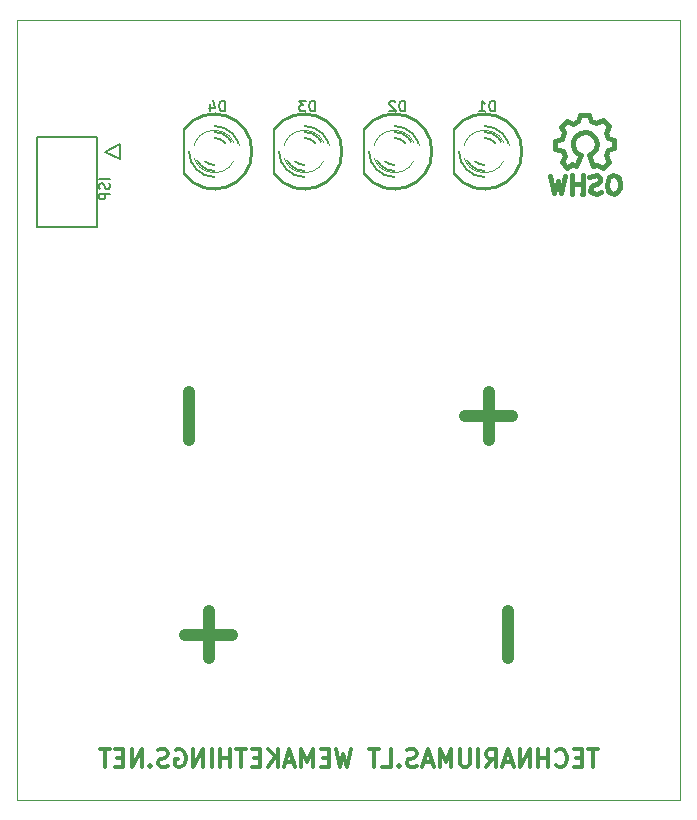
<source format=gbr>
%FSLAX46Y46*%
G04 Gerber Fmt 4.6, Leading zero omitted, Abs format (unit mm)*
G04 Created by KiCad (PCBNEW (2014-09-18 BZR 5141)-product) date Mon 13 Oct 2014 02:33:10 PM EEST*
%MOMM*%
G01*
G04 APERTURE LIST*
%ADD10C,0.150000*%
%ADD11C,0.300000*%
%ADD12C,0.200000*%
%ADD13C,0.100000*%
%ADD14C,1.000000*%
%ADD15C,0.203200*%
%ADD16C,0.076200*%
%ADD17C,0.254000*%
%ADD18C,0.152400*%
%ADD19C,0.381000*%
%ADD20C,2.500000*%
%ADD21C,1.800000*%
%ADD22C,3.100000*%
%ADD23R,1.524000X1.524000*%
%ADD24C,1.524000*%
%ADD25C,1.676400*%
%ADD26C,1.422400*%
G04 APERTURE END LIST*
D10*
D11*
X138287143Y-128718571D02*
X137430000Y-128718571D01*
X137858571Y-130218571D02*
X137858571Y-128718571D01*
X136930000Y-129432857D02*
X136430000Y-129432857D01*
X136215714Y-130218571D02*
X136930000Y-130218571D01*
X136930000Y-128718571D01*
X136215714Y-128718571D01*
X134715714Y-130075714D02*
X134787143Y-130147143D01*
X135001429Y-130218571D01*
X135144286Y-130218571D01*
X135358571Y-130147143D01*
X135501429Y-130004286D01*
X135572857Y-129861429D01*
X135644286Y-129575714D01*
X135644286Y-129361429D01*
X135572857Y-129075714D01*
X135501429Y-128932857D01*
X135358571Y-128790000D01*
X135144286Y-128718571D01*
X135001429Y-128718571D01*
X134787143Y-128790000D01*
X134715714Y-128861429D01*
X134072857Y-130218571D02*
X134072857Y-128718571D01*
X134072857Y-129432857D02*
X133215714Y-129432857D01*
X133215714Y-130218571D02*
X133215714Y-128718571D01*
X132501428Y-130218571D02*
X132501428Y-128718571D01*
X131644285Y-130218571D01*
X131644285Y-128718571D01*
X131001428Y-129790000D02*
X130287142Y-129790000D01*
X131144285Y-130218571D02*
X130644285Y-128718571D01*
X130144285Y-130218571D01*
X128787142Y-130218571D02*
X129287142Y-129504286D01*
X129644285Y-130218571D02*
X129644285Y-128718571D01*
X129072857Y-128718571D01*
X128929999Y-128790000D01*
X128858571Y-128861429D01*
X128787142Y-129004286D01*
X128787142Y-129218571D01*
X128858571Y-129361429D01*
X128929999Y-129432857D01*
X129072857Y-129504286D01*
X129644285Y-129504286D01*
X128144285Y-130218571D02*
X128144285Y-128718571D01*
X127429999Y-128718571D02*
X127429999Y-129932857D01*
X127358571Y-130075714D01*
X127287142Y-130147143D01*
X127144285Y-130218571D01*
X126858571Y-130218571D01*
X126715713Y-130147143D01*
X126644285Y-130075714D01*
X126572856Y-129932857D01*
X126572856Y-128718571D01*
X125858570Y-130218571D02*
X125858570Y-128718571D01*
X125358570Y-129790000D01*
X124858570Y-128718571D01*
X124858570Y-130218571D01*
X124215713Y-129790000D02*
X123501427Y-129790000D01*
X124358570Y-130218571D02*
X123858570Y-128718571D01*
X123358570Y-130218571D01*
X122929999Y-130147143D02*
X122715713Y-130218571D01*
X122358570Y-130218571D01*
X122215713Y-130147143D01*
X122144284Y-130075714D01*
X122072856Y-129932857D01*
X122072856Y-129790000D01*
X122144284Y-129647143D01*
X122215713Y-129575714D01*
X122358570Y-129504286D01*
X122644284Y-129432857D01*
X122787142Y-129361429D01*
X122858570Y-129290000D01*
X122929999Y-129147143D01*
X122929999Y-129004286D01*
X122858570Y-128861429D01*
X122787142Y-128790000D01*
X122644284Y-128718571D01*
X122287142Y-128718571D01*
X122072856Y-128790000D01*
X121429999Y-130075714D02*
X121358571Y-130147143D01*
X121429999Y-130218571D01*
X121501428Y-130147143D01*
X121429999Y-130075714D01*
X121429999Y-130218571D01*
X120001427Y-130218571D02*
X120715713Y-130218571D01*
X120715713Y-128718571D01*
X119715713Y-128718571D02*
X118858570Y-128718571D01*
X119287141Y-130218571D02*
X119287141Y-128718571D01*
X117358570Y-128718571D02*
X117001427Y-130218571D01*
X116715713Y-129147143D01*
X116429999Y-130218571D01*
X116072856Y-128718571D01*
X115501427Y-129432857D02*
X115001427Y-129432857D01*
X114787141Y-130218571D02*
X115501427Y-130218571D01*
X115501427Y-128718571D01*
X114787141Y-128718571D01*
X114144284Y-130218571D02*
X114144284Y-128718571D01*
X113644284Y-129790000D01*
X113144284Y-128718571D01*
X113144284Y-130218571D01*
X112501427Y-129790000D02*
X111787141Y-129790000D01*
X112644284Y-130218571D02*
X112144284Y-128718571D01*
X111644284Y-130218571D01*
X111144284Y-130218571D02*
X111144284Y-128718571D01*
X110287141Y-130218571D02*
X110929998Y-129361429D01*
X110287141Y-128718571D02*
X111144284Y-129575714D01*
X109644284Y-129432857D02*
X109144284Y-129432857D01*
X108929998Y-130218571D02*
X109644284Y-130218571D01*
X109644284Y-128718571D01*
X108929998Y-128718571D01*
X108501427Y-128718571D02*
X107644284Y-128718571D01*
X108072855Y-130218571D02*
X108072855Y-128718571D01*
X107144284Y-130218571D02*
X107144284Y-128718571D01*
X107144284Y-129432857D02*
X106287141Y-129432857D01*
X106287141Y-130218571D02*
X106287141Y-128718571D01*
X105572855Y-130218571D02*
X105572855Y-128718571D01*
X104858569Y-130218571D02*
X104858569Y-128718571D01*
X104001426Y-130218571D01*
X104001426Y-128718571D01*
X102501426Y-128790000D02*
X102644283Y-128718571D01*
X102858569Y-128718571D01*
X103072854Y-128790000D01*
X103215712Y-128932857D01*
X103287140Y-129075714D01*
X103358569Y-129361429D01*
X103358569Y-129575714D01*
X103287140Y-129861429D01*
X103215712Y-130004286D01*
X103072854Y-130147143D01*
X102858569Y-130218571D01*
X102715712Y-130218571D01*
X102501426Y-130147143D01*
X102429997Y-130075714D01*
X102429997Y-129575714D01*
X102715712Y-129575714D01*
X101858569Y-130147143D02*
X101644283Y-130218571D01*
X101287140Y-130218571D01*
X101144283Y-130147143D01*
X101072854Y-130075714D01*
X101001426Y-129932857D01*
X101001426Y-129790000D01*
X101072854Y-129647143D01*
X101144283Y-129575714D01*
X101287140Y-129504286D01*
X101572854Y-129432857D01*
X101715712Y-129361429D01*
X101787140Y-129290000D01*
X101858569Y-129147143D01*
X101858569Y-129004286D01*
X101787140Y-128861429D01*
X101715712Y-128790000D01*
X101572854Y-128718571D01*
X101215712Y-128718571D01*
X101001426Y-128790000D01*
X100358569Y-130075714D02*
X100287141Y-130147143D01*
X100358569Y-130218571D01*
X100429998Y-130147143D01*
X100358569Y-130075714D01*
X100358569Y-130218571D01*
X99644283Y-130218571D02*
X99644283Y-128718571D01*
X98787140Y-130218571D01*
X98787140Y-128718571D01*
X98072854Y-129432857D02*
X97572854Y-129432857D01*
X97358568Y-130218571D02*
X98072854Y-130218571D01*
X98072854Y-128718571D01*
X97358568Y-128718571D01*
X96929997Y-128718571D02*
X96072854Y-128718571D01*
X96501425Y-130218571D02*
X96501425Y-128718571D01*
D12*
X97790000Y-78740000D02*
X96520000Y-78105000D01*
X97790000Y-77470000D02*
X97790000Y-78740000D01*
X96520000Y-78105000D02*
X97790000Y-77470000D01*
D13*
X89090000Y-67000000D02*
X89090000Y-133000000D01*
X145225000Y-67000000D02*
X89090000Y-67000000D01*
X145225000Y-133000000D02*
X145225000Y-67000000D01*
X89090000Y-133000000D02*
X145225000Y-133000000D01*
D14*
X103657500Y-98500000D02*
X103657500Y-102500000D01*
X129021740Y-98500000D02*
X129021740Y-102500000D01*
X131021740Y-100500000D02*
X127021740Y-100500000D01*
D15*
X95885000Y-84455000D02*
X95885000Y-76835000D01*
X90805000Y-76835000D02*
X90805000Y-84455000D01*
X90805000Y-84455000D02*
X95885000Y-84455000D01*
X95885000Y-76835000D02*
X90805000Y-76835000D01*
X103200200Y-80010000D02*
X103200200Y-76200000D01*
D16*
X107587051Y-78105000D02*
G75*
G03X107587051Y-78105000I-1796051J0D01*
G74*
G01*
D17*
X103253003Y-76197332D02*
G75*
G02X103251000Y-80010000I2537997J-1907668D01*
G74*
G01*
D18*
X105791000Y-76962000D02*
G75*
G02X106934000Y-78105000I0J-1143000D01*
G74*
G01*
X105791000Y-79248000D02*
G75*
G02X104648000Y-78105000I0J1143000D01*
G74*
G01*
X105791000Y-76454000D02*
G75*
G02X107442000Y-78105000I0J-1651000D01*
G74*
G01*
X105791000Y-79756000D02*
G75*
G02X104140000Y-78105000I0J1651000D01*
G74*
G01*
X105791000Y-75946000D02*
G75*
G02X107950000Y-78105000I0J-2159000D01*
G74*
G01*
X105791000Y-80264000D02*
G75*
G02X103632000Y-78105000I0J2159000D01*
G74*
G01*
D15*
X110820200Y-80010000D02*
X110820200Y-76200000D01*
D16*
X115207051Y-78105000D02*
G75*
G03X115207051Y-78105000I-1796051J0D01*
G74*
G01*
D17*
X110873003Y-76197332D02*
G75*
G02X110871000Y-80010000I2537997J-1907668D01*
G74*
G01*
D18*
X113411000Y-76962000D02*
G75*
G02X114554000Y-78105000I0J-1143000D01*
G74*
G01*
X113411000Y-79248000D02*
G75*
G02X112268000Y-78105000I0J1143000D01*
G74*
G01*
X113411000Y-76454000D02*
G75*
G02X115062000Y-78105000I0J-1651000D01*
G74*
G01*
X113411000Y-79756000D02*
G75*
G02X111760000Y-78105000I0J1651000D01*
G74*
G01*
X113411000Y-75946000D02*
G75*
G02X115570000Y-78105000I0J-2159000D01*
G74*
G01*
X113411000Y-80264000D02*
G75*
G02X111252000Y-78105000I0J2159000D01*
G74*
G01*
D15*
X118440200Y-80010000D02*
X118440200Y-76200000D01*
D16*
X122827051Y-78105000D02*
G75*
G03X122827051Y-78105000I-1796051J0D01*
G74*
G01*
D17*
X118493003Y-76197332D02*
G75*
G02X118491000Y-80010000I2537997J-1907668D01*
G74*
G01*
D18*
X121031000Y-76962000D02*
G75*
G02X122174000Y-78105000I0J-1143000D01*
G74*
G01*
X121031000Y-79248000D02*
G75*
G02X119888000Y-78105000I0J1143000D01*
G74*
G01*
X121031000Y-76454000D02*
G75*
G02X122682000Y-78105000I0J-1651000D01*
G74*
G01*
X121031000Y-79756000D02*
G75*
G02X119380000Y-78105000I0J1651000D01*
G74*
G01*
X121031000Y-75946000D02*
G75*
G02X123190000Y-78105000I0J-2159000D01*
G74*
G01*
X121031000Y-80264000D02*
G75*
G02X118872000Y-78105000I0J2159000D01*
G74*
G01*
D15*
X126060200Y-80010000D02*
X126060200Y-76200000D01*
D16*
X130447051Y-78105000D02*
G75*
G03X130447051Y-78105000I-1796051J0D01*
G74*
G01*
D17*
X126113003Y-76197332D02*
G75*
G02X126111000Y-80010000I2537997J-1907668D01*
G74*
G01*
D18*
X128651000Y-76962000D02*
G75*
G02X129794000Y-78105000I0J-1143000D01*
G74*
G01*
X128651000Y-79248000D02*
G75*
G02X127508000Y-78105000I0J1143000D01*
G74*
G01*
X128651000Y-76454000D02*
G75*
G02X130302000Y-78105000I0J-1651000D01*
G74*
G01*
X128651000Y-79756000D02*
G75*
G02X127000000Y-78105000I0J1651000D01*
G74*
G01*
X128651000Y-75946000D02*
G75*
G02X130810000Y-78105000I0J-2159000D01*
G74*
G01*
X128651000Y-80264000D02*
G75*
G02X126492000Y-78105000I0J2159000D01*
G74*
G01*
D14*
X130657500Y-121000000D02*
X130657500Y-117000000D01*
X105293260Y-121000000D02*
X105293260Y-117000000D01*
X103293260Y-119000000D02*
X107293260Y-119000000D01*
D19*
X135491220Y-80159860D02*
X135130540Y-81630520D01*
X135130540Y-81630520D02*
X134851140Y-80568800D01*
X134851140Y-80568800D02*
X134541260Y-81640680D01*
X134541260Y-81640680D02*
X134200900Y-80190340D01*
X136911080Y-80850740D02*
X136121140Y-80840580D01*
X136121140Y-80840580D02*
X136110980Y-80850740D01*
X136110980Y-80850740D02*
X136110980Y-80840580D01*
X136070340Y-80129380D02*
X136070340Y-81671160D01*
X136959340Y-80119220D02*
X136959340Y-81688940D01*
X136959340Y-81688940D02*
X136949180Y-81678780D01*
X137510520Y-80220820D02*
X137861040Y-80139540D01*
X137861040Y-80139540D02*
X138181080Y-80129380D01*
X138181080Y-80129380D02*
X138419840Y-80330040D01*
X138419840Y-80330040D02*
X138450320Y-80599280D01*
X138450320Y-80599280D02*
X138209020Y-80840580D01*
X138209020Y-80840580D02*
X137820400Y-80970120D01*
X137820400Y-80970120D02*
X137640060Y-81130140D01*
X137640060Y-81130140D02*
X137599420Y-81429860D01*
X137599420Y-81429860D02*
X137830560Y-81650840D01*
X137830560Y-81650840D02*
X138150600Y-81678780D01*
X138150600Y-81678780D02*
X138501120Y-81569560D01*
X139539980Y-80119220D02*
X139788900Y-80139540D01*
X139788900Y-80139540D02*
X140030200Y-80380840D01*
X140030200Y-80380840D02*
X140119100Y-80871060D01*
X140119100Y-80871060D02*
X140091160Y-81219040D01*
X140091160Y-81219040D02*
X139890500Y-81539080D01*
X139890500Y-81539080D02*
X139639040Y-81661000D01*
X139639040Y-81661000D02*
X139329160Y-81589880D01*
X139329160Y-81589880D02*
X139110720Y-81409540D01*
X139110720Y-81409540D02*
X139039600Y-80949800D01*
X139039600Y-80949800D02*
X139090400Y-80540860D01*
X139090400Y-80540860D02*
X139199620Y-80258920D01*
X139199620Y-80258920D02*
X139560300Y-80129380D01*
X138940540Y-78399640D02*
X139199620Y-78960980D01*
X139199620Y-78960980D02*
X138661140Y-79479140D01*
X138661140Y-79479140D02*
X138140440Y-79209900D01*
X138140440Y-79209900D02*
X137861040Y-79369920D01*
X136420860Y-79349600D02*
X136090660Y-79159100D01*
X136090660Y-79159100D02*
X135651240Y-79489300D01*
X135651240Y-79489300D02*
X135178800Y-78999080D01*
X135178800Y-78999080D02*
X135460740Y-78519020D01*
X135460740Y-78519020D02*
X135270240Y-78049120D01*
X135270240Y-78049120D02*
X134660640Y-77861160D01*
X134660640Y-77861160D02*
X134660640Y-77180440D01*
X134660640Y-77180440D02*
X135219440Y-77040740D01*
X135219440Y-77040740D02*
X135420100Y-76469240D01*
X135420100Y-76469240D02*
X135150860Y-75999340D01*
X135150860Y-75999340D02*
X135620760Y-75488800D01*
X135620760Y-75488800D02*
X136138920Y-75750420D01*
X136138920Y-75750420D02*
X136608820Y-75549760D01*
X136608820Y-75549760D02*
X136779000Y-75008740D01*
X136779000Y-75008740D02*
X137469880Y-74990960D01*
X137469880Y-74990960D02*
X137680700Y-75539600D01*
X137680700Y-75539600D02*
X138099800Y-75709780D01*
X138099800Y-75709780D02*
X138650980Y-75440540D01*
X138650980Y-75440540D02*
X139169140Y-75968860D01*
X139169140Y-75968860D02*
X138920220Y-76509880D01*
X138920220Y-76509880D02*
X139090400Y-76989940D01*
X139090400Y-76989940D02*
X139639040Y-77089000D01*
X139639040Y-77089000D02*
X139649200Y-77790040D01*
X139649200Y-77790040D02*
X139090400Y-77990700D01*
X139090400Y-77990700D02*
X138950700Y-78389480D01*
X136809480Y-78369160D02*
X136509760Y-78219300D01*
X136509760Y-78219300D02*
X136309100Y-78021180D01*
X136309100Y-78021180D02*
X136159240Y-77619860D01*
X136159240Y-77619860D02*
X136159240Y-77221080D01*
X136159240Y-77221080D02*
X136309100Y-76870560D01*
X136309100Y-76870560D02*
X136761220Y-76520040D01*
X136761220Y-76520040D02*
X137210800Y-76469240D01*
X137210800Y-76469240D02*
X137609580Y-76570840D01*
X137609580Y-76570840D02*
X138010900Y-76918820D01*
X138010900Y-76918820D02*
X138160760Y-77370940D01*
X138160760Y-77370940D02*
X138109960Y-77868780D01*
X138109960Y-77868780D02*
X137861040Y-78171040D01*
X137861040Y-78171040D02*
X137510520Y-78369160D01*
X137510520Y-78369160D02*
X137861040Y-79369920D01*
X136809480Y-78369160D02*
X136410700Y-79369920D01*
D10*
X96910676Y-80436962D02*
X96047076Y-80436962D01*
X96869552Y-80807076D02*
X96910676Y-80930448D01*
X96910676Y-81136067D01*
X96869552Y-81218314D01*
X96828429Y-81259438D01*
X96746181Y-81300562D01*
X96663933Y-81300562D01*
X96581686Y-81259438D01*
X96540562Y-81218314D01*
X96499438Y-81136067D01*
X96458314Y-80971571D01*
X96417190Y-80889324D01*
X96376067Y-80848200D01*
X96293819Y-80807076D01*
X96211571Y-80807076D01*
X96129324Y-80848200D01*
X96088200Y-80889324D01*
X96047076Y-80971571D01*
X96047076Y-81177191D01*
X96088200Y-81300562D01*
X96910676Y-81670676D02*
X96047076Y-81670676D01*
X96047076Y-81999667D01*
X96088200Y-82081914D01*
X96129324Y-82123038D01*
X96211571Y-82164162D01*
X96334943Y-82164162D01*
X96417190Y-82123038D01*
X96458314Y-82081914D01*
X96499438Y-81999667D01*
X96499438Y-81670676D01*
X106682419Y-74685676D02*
X106682419Y-73822076D01*
X106476800Y-73822076D01*
X106353428Y-73863200D01*
X106271181Y-73945448D01*
X106230057Y-74027695D01*
X106188933Y-74192190D01*
X106188933Y-74315562D01*
X106230057Y-74480057D01*
X106271181Y-74562305D01*
X106353428Y-74644552D01*
X106476800Y-74685676D01*
X106682419Y-74685676D01*
X105448705Y-74109943D02*
X105448705Y-74685676D01*
X105654324Y-73780952D02*
X105859943Y-74397810D01*
X105325333Y-74397810D01*
X114302419Y-74685676D02*
X114302419Y-73822076D01*
X114096800Y-73822076D01*
X113973428Y-73863200D01*
X113891181Y-73945448D01*
X113850057Y-74027695D01*
X113808933Y-74192190D01*
X113808933Y-74315562D01*
X113850057Y-74480057D01*
X113891181Y-74562305D01*
X113973428Y-74644552D01*
X114096800Y-74685676D01*
X114302419Y-74685676D01*
X113521067Y-73822076D02*
X112986457Y-73822076D01*
X113274324Y-74151067D01*
X113150952Y-74151067D01*
X113068705Y-74192190D01*
X113027581Y-74233314D01*
X112986457Y-74315562D01*
X112986457Y-74521181D01*
X113027581Y-74603429D01*
X113068705Y-74644552D01*
X113150952Y-74685676D01*
X113397695Y-74685676D01*
X113479943Y-74644552D01*
X113521067Y-74603429D01*
X121922419Y-74685676D02*
X121922419Y-73822076D01*
X121716800Y-73822076D01*
X121593428Y-73863200D01*
X121511181Y-73945448D01*
X121470057Y-74027695D01*
X121428933Y-74192190D01*
X121428933Y-74315562D01*
X121470057Y-74480057D01*
X121511181Y-74562305D01*
X121593428Y-74644552D01*
X121716800Y-74685676D01*
X121922419Y-74685676D01*
X121099943Y-73904324D02*
X121058819Y-73863200D01*
X120976571Y-73822076D01*
X120770952Y-73822076D01*
X120688705Y-73863200D01*
X120647581Y-73904324D01*
X120606457Y-73986571D01*
X120606457Y-74068819D01*
X120647581Y-74192190D01*
X121141067Y-74685676D01*
X120606457Y-74685676D01*
X129542419Y-74685676D02*
X129542419Y-73822076D01*
X129336800Y-73822076D01*
X129213428Y-73863200D01*
X129131181Y-73945448D01*
X129090057Y-74027695D01*
X129048933Y-74192190D01*
X129048933Y-74315562D01*
X129090057Y-74480057D01*
X129131181Y-74562305D01*
X129213428Y-74644552D01*
X129336800Y-74685676D01*
X129542419Y-74685676D01*
X128226457Y-74685676D02*
X128719943Y-74685676D01*
X128473200Y-74685676D02*
X128473200Y-73822076D01*
X128555448Y-73945448D01*
X128637695Y-74027695D01*
X128719943Y-74068819D01*
%LPC*%
D20*
X133922500Y-100500000D03*
X141542500Y-100500000D03*
X92772500Y-100500000D03*
X100392500Y-100500000D03*
D21*
X113590000Y-91150000D03*
X113590000Y-86650000D03*
X120090000Y-91150000D03*
X120090000Y-86650000D03*
D22*
X92800000Y-129750000D03*
X141500000Y-129750000D03*
X92800000Y-70250000D03*
X141500000Y-70250000D03*
D23*
X94615000Y-78105000D03*
D24*
X92075000Y-78105000D03*
X94615000Y-80645000D03*
X92075000Y-80645000D03*
X94615000Y-83185000D03*
X92075000Y-83185000D03*
D25*
X128750000Y-89770000D03*
X128750000Y-87230000D03*
X107315000Y-78105000D03*
X104775000Y-78105000D03*
X114935000Y-78105000D03*
X112395000Y-78105000D03*
X122555000Y-78105000D03*
X120015000Y-78105000D03*
X130175000Y-78105000D03*
X127635000Y-78105000D03*
D26*
X114300000Y-109220000D03*
X119380000Y-109220000D03*
D20*
X100392500Y-119000000D03*
X92772500Y-119000000D03*
X141542500Y-119000000D03*
X133922500Y-119000000D03*
M02*

</source>
